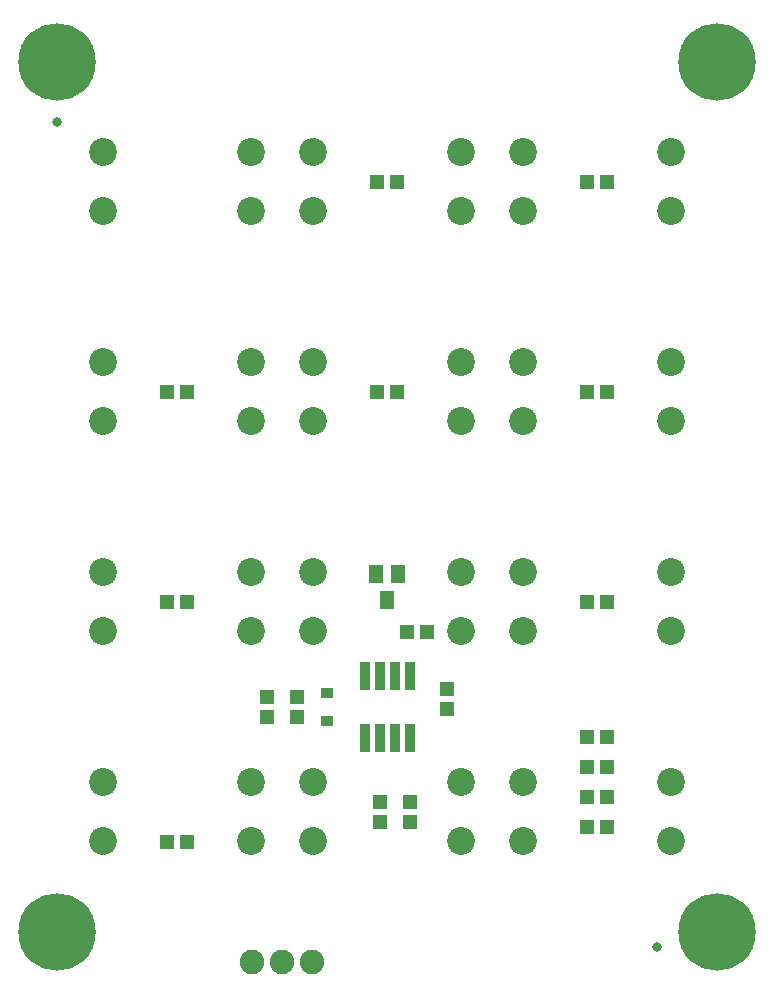
<source format=gbr>
G04 EAGLE Gerber RS-274X export*
G75*
%MOMM*%
%FSLAX34Y34*%
%LPD*%
%INSoldermask Bottom*%
%IPPOS*%
%AMOC8*
5,1,8,0,0,1.08239X$1,22.5*%
G01*
%ADD10C,2.362200*%
%ADD11C,2.082800*%
%ADD12R,1.303200X1.203200*%
%ADD13C,6.553200*%
%ADD14R,1.203200X1.303200*%
%ADD15R,0.812800X2.413000*%
%ADD16R,1.203200X1.603200*%
%ADD17R,1.033200X0.833200*%
%ADD18C,0.838200*%


D10*
X77200Y698100D03*
X77200Y648100D03*
X202200Y648100D03*
X202200Y698100D03*
X255000Y698100D03*
X255000Y648100D03*
X380000Y648100D03*
X380000Y698100D03*
X432800Y698100D03*
X432800Y648100D03*
X557800Y648100D03*
X557800Y698100D03*
X77200Y520300D03*
X77200Y470300D03*
X202200Y470300D03*
X202200Y520300D03*
X255000Y520300D03*
X255000Y470300D03*
X380000Y470300D03*
X380000Y520300D03*
X432800Y520300D03*
X432800Y470300D03*
X557800Y470300D03*
X557800Y520300D03*
X77200Y342500D03*
X77200Y292500D03*
X202200Y292500D03*
X202200Y342500D03*
X255000Y342500D03*
X255000Y292500D03*
X380000Y292500D03*
X380000Y342500D03*
X432800Y342500D03*
X432800Y292500D03*
X557800Y292500D03*
X557800Y342500D03*
X77200Y164700D03*
X77200Y114700D03*
X202200Y114700D03*
X202200Y164700D03*
X255000Y164700D03*
X255000Y114700D03*
X380000Y114700D03*
X380000Y164700D03*
X432800Y164700D03*
X432800Y114700D03*
X557800Y114700D03*
X557800Y164700D03*
D11*
X203200Y12700D03*
X228600Y12700D03*
X254000Y12700D03*
D12*
X326000Y673100D03*
X309000Y673100D03*
D13*
X596900Y774700D03*
X596900Y38100D03*
X38100Y38100D03*
X38100Y774700D03*
D14*
X368300Y226450D03*
X368300Y243450D03*
D12*
X503800Y673100D03*
X486800Y673100D03*
X148200Y495300D03*
X131200Y495300D03*
X326000Y495300D03*
X309000Y495300D03*
X503800Y495300D03*
X486800Y495300D03*
X148200Y317500D03*
X131200Y317500D03*
X351400Y292100D03*
X334400Y292100D03*
X503800Y317500D03*
X486800Y317500D03*
X148200Y114300D03*
X131200Y114300D03*
X486800Y127000D03*
X503800Y127000D03*
X503800Y152400D03*
X486800Y152400D03*
X486800Y177800D03*
X503800Y177800D03*
D14*
X215900Y220100D03*
X215900Y237100D03*
X241300Y237100D03*
X241300Y220100D03*
X336550Y131200D03*
X336550Y148200D03*
D12*
X486800Y203200D03*
X503800Y203200D03*
D14*
X311150Y148200D03*
X311150Y131200D03*
D15*
X298450Y254762D03*
X311150Y254762D03*
X323850Y254762D03*
X336550Y254762D03*
X336550Y202438D03*
X323850Y202438D03*
X311150Y202438D03*
X298450Y202438D03*
D16*
X317500Y319200D03*
X327000Y341200D03*
X308000Y341200D03*
D17*
X266700Y240100D03*
X266700Y217100D03*
D18*
X546100Y25400D03*
X38100Y723900D03*
M02*

</source>
